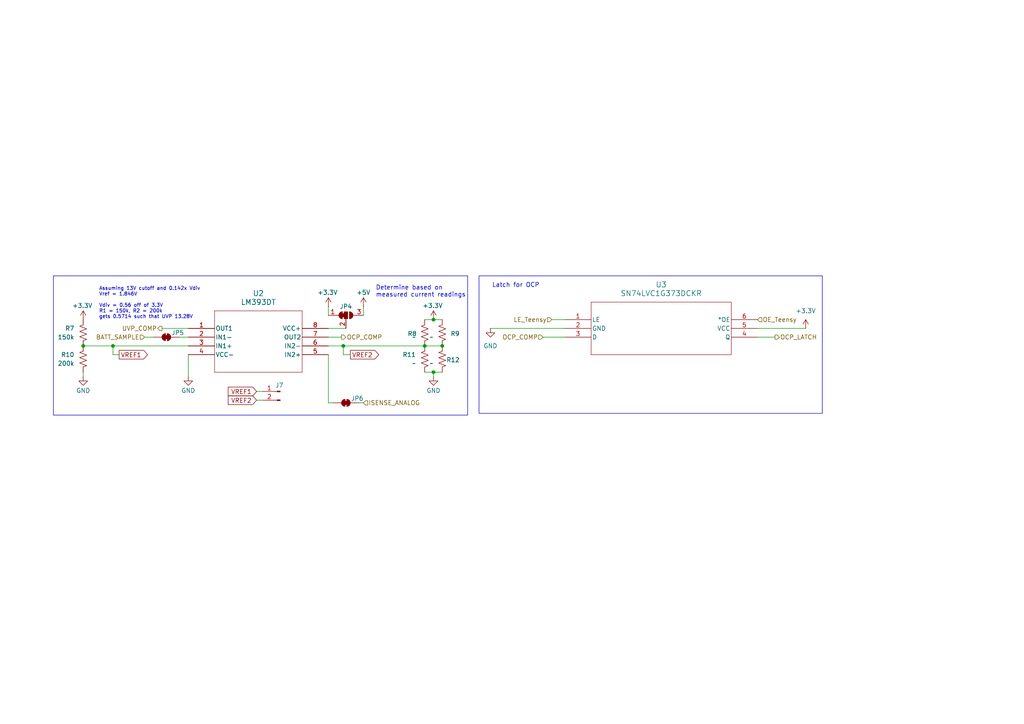
<source format=kicad_sch>
(kicad_sch (version 20231120) (generator "eeschema") (generator_version "8.0")
  (paper "A4")
  (lib_symbols
    (symbol "Connector:Conn_01x02_Pin" (pin_names (offset 1.016) hide)
      (property "Reference" "J" (at 0 2.54 0))
      (property "Value" "Conn_01x02_Pin" (at 0 -5.08 0))
      (symbol "Conn_01x02_Pin_1_1"
        (polyline (pts (xy 1.27 -2.54) (xy 0.8636 -2.54)) (stroke (width 0.1524)))
        (polyline (pts (xy 1.27 0) (xy 0.8636 0)) (stroke (width 0.1524)))
        (rectangle (start 0.8636 -2.413) (end 0 -2.667) (stroke (width 0.1524)) (fill (type outline)))
        (rectangle (start 0.8636 0.127) (end 0 -0.127) (stroke (width 0.1524)) (fill (type outline)))
        (pin passive line (at 5.08 0 180) (length 3.81) (name "Pin_1") (number "1"))
        (pin passive line (at 5.08 -2.54 180) (length 3.81) (name "Pin_2") (number "2"))
      )
    )
    (symbol "Device:R_US" (pin_numbers hide) (pin_names (offset 0))
      (property "Reference" "R" (at 2.54 0 90))
      (property "Value" "R_US" (at -2.54 0 90))
      (symbol "R_US_0_1"
        (polyline (pts (xy 0 -2.286) (xy 0 -2.54)))
        (polyline (pts (xy 0 2.286) (xy 0 2.54)))
        (polyline (pts (xy 0 -0.762) (xy 1.016 -1.143) (xy 0 -1.524) (xy -1.016 -1.905) (xy 0 -2.286)))
        (polyline (pts (xy 0 0.762) (xy 1.016 0.381) (xy 0 0) (xy -1.016 -0.381) (xy 0 -0.762)))
        (polyline (pts (xy 0 2.286) (xy 1.016 1.905) (xy 0 1.524) (xy -1.016 1.143) (xy 0 0.762)))
      )
      (symbol "R_US_1_1"
        (pin passive line (at 0 3.81 270) (length 1.27) (name "~") (number "1"))
        (pin passive line (at 0 -3.81 90) (length 1.27) (name "~") (number "2"))
      )
    )
    (symbol "Imported_Symbols:LM393DT" (pin_names (offset 0.254))
      (property "Reference" "U" (at 20.32 10.16 0))
      (property "Value" "LM393DT" (at 20.32 7.62 0))
      (symbol "LM393DT_1_1"
        (polyline (pts (xy 7.62 -12.7) (xy 33.02 -12.7)) (stroke (width 0.127)))
        (polyline (pts (xy 7.62 5.08) (xy 7.62 -12.7)) (stroke (width 0.127)))
        (polyline (pts (xy 33.02 -12.7) (xy 33.02 5.08)) (stroke (width 0.127)))
        (polyline (pts (xy 33.02 5.08) (xy 7.62 5.08)) (stroke (width 0.127)))
        (pin output line (at 0 0 0) (length 7.62) (name "OUT1") (number "1"))
        (pin input line (at 0 -2.54 0) (length 7.62) (name "IN1-") (number "2"))
        (pin input line (at 0 -5.08 0) (length 7.62) (name "IN1+") (number "3"))
        (pin power_in line (at 0 -7.62 0) (length 7.62) (name "VCC-") (number "4"))
        (pin input line (at 40.64 -7.62 180) (length 7.62) (name "IN2+") (number "5"))
        (pin input line (at 40.64 -5.08 180) (length 7.62) (name "IN2-") (number "6"))
        (pin output line (at 40.64 -2.54 180) (length 7.62) (name "OUT2") (number "7"))
        (pin power_in line (at 40.64 0 180) (length 7.62) (name "VCC+") (number "8"))
      )
    )
    (symbol "Imported_Symbols:SN74LVC1G373DCKR" (pin_names (offset 0.254))
      (property "Reference" "U" (at 27.94 10.16 0))
      (property "Value" "SN74LVC1G373DCKR" (at 27.94 7.62 0))
      (symbol "SN74LVC1G373DCKR_1_1"
        (polyline (pts (xy 7.62 -10.16) (xy 48.26 -10.16)) (stroke (width 0.127)))
        (polyline (pts (xy 7.62 5.08) (xy 7.62 -10.16)) (stroke (width 0.127)))
        (polyline (pts (xy 48.26 -10.16) (xy 48.26 5.08)) (stroke (width 0.127)))
        (polyline (pts (xy 48.26 5.08) (xy 7.62 5.08)) (stroke (width 0.127)))
        (pin input line (at 0 0 0) (length 7.62) (name "LE") (number "1"))
        (pin power_in line (at 0 -2.54 0) (length 7.62) (name "GND") (number "2"))
        (pin input line (at 0 -5.08 0) (length 7.62) (name "D") (number "3"))
        (pin output line (at 55.88 -5.08 180) (length 7.62) (name "Q") (number "4"))
        (pin power_in line (at 55.88 -2.54 180) (length 7.62) (name "VCC") (number "5"))
        (pin input line (at 55.88 0 180) (length 7.62) (name "*OE") (number "6"))
      )
    )
    (symbol "Jumper:SolderJumper_2_Bridged" (pin_numbers hide) (pin_names (offset 0) hide) (exclude_from_sim yes) (in_bom no)
      (property "Reference" "JP" (at 0 2.032 0))
      (property "Value" "SolderJumper_2_Bridged" (at 0 -2.54 0))
      (symbol "SolderJumper_2_Bridged_0_1"
        (rectangle (start -0.508 0.508) (end 0.508 -0.508) (fill (type outline)))
        (arc (start -0.254 1.016) (mid -1.2656 0) (end -0.254 -1.016))
        (arc (start -0.254 1.016) (mid -1.2656 0) (end -0.254 -1.016) (fill (type outline)))
        (polyline (pts (xy -0.254 1.016) (xy -0.254 -1.016)))
        (polyline (pts (xy 0.254 1.016) (xy 0.254 -1.016)))
        (arc (start 0.254 -1.016) (mid 1.2656 0) (end 0.254 1.016))
        (arc (start 0.254 -1.016) (mid 1.2656 0) (end 0.254 1.016) (fill (type outline)))
      )
      (symbol "SolderJumper_2_Bridged_1_1"
        (pin passive line (at -3.81 0 0) (length 2.54) (name "A") (number "1"))
        (pin passive line (at 3.81 0 180) (length 2.54) (name "B") (number "2"))
      )
    )
    (symbol "Jumper:SolderJumper_3_Bridged12" (pin_names (offset 0) hide) (exclude_from_sim yes) (in_bom no)
      (property "Reference" "JP" (at -2.54 -2.54 0))
      (property "Value" "SolderJumper_3_Bridged12" (at 0 2.794 0))
      (symbol "SolderJumper_3_Bridged12_0_1"
        (rectangle (start -1.016 0.508) (end -0.508 -0.508) (fill (type outline)))
        (arc (start -1.016 1.016) (mid -2.0276 0) (end -1.016 -1.016))
        (arc (start -1.016 1.016) (mid -2.0276 0) (end -1.016 -1.016) (fill (type outline)))
        (rectangle (start -0.508 1.016) (end 0.508 -1.016) (fill (type outline)))
        (polyline (pts (xy -2.54 0) (xy -2.032 0)))
        (polyline (pts (xy -1.016 1.016) (xy -1.016 -1.016)))
        (polyline (pts (xy 0 -1.27) (xy 0 -1.016)))
        (polyline (pts (xy 1.016 1.016) (xy 1.016 -1.016)))
        (polyline (pts (xy 2.54 0) (xy 2.032 0)))
        (arc (start 1.016 -1.016) (mid 2.0276 0) (end 1.016 1.016))
        (arc (start 1.016 -1.016) (mid 2.0276 0) (end 1.016 1.016) (fill (type outline)))
      )
      (symbol "SolderJumper_3_Bridged12_1_1"
        (pin passive line (at -5.08 0 0) (length 2.54) (name "A") (number "1"))
        (pin passive line (at 0 -3.81 90) (length 2.54) (name "C") (number "2"))
        (pin passive line (at 5.08 0 180) (length 2.54) (name "B") (number "3"))
      )
    )
    (symbol "power:+3.3V" (power) (pin_numbers hide) (pin_names (offset 0) hide)
      (property "Value" "+3.3V" (at 0 3.556 0))
      (symbol "+3.3V_0_1"
        (polyline (pts (xy -0.762 1.27) (xy 0 2.54)))
        (polyline (pts (xy 0 0) (xy 0 2.54)))
        (polyline (pts (xy 0 2.54) (xy 0.762 1.27)))
      )
      (symbol "+3.3V_1_1"
        (pin power_in line (at 0 0 90) (length 0) (name "~") (number "1"))
      )
    )
    (symbol "power:+5V" (power) (pin_numbers hide) (pin_names (offset 0) hide)
      (property "Value" "+5V" (at 0 3.556 0))
      (symbol "+5V_0_1"
        (polyline (pts (xy -0.762 1.27) (xy 0 2.54)))
        (polyline (pts (xy 0 0) (xy 0 2.54)))
        (polyline (pts (xy 0 2.54) (xy 0.762 1.27)))
      )
      (symbol "+5V_1_1"
        (pin power_in line (at 0 0 90) (length 0) (name "~") (number "1"))
      )
    )
    (symbol "power:GND" (power) (pin_numbers hide) (pin_names (offset 0) hide)
      (property "Value" "GND" (at 0 -3.81 0))
      (symbol "GND_0_1"
        (polyline (pts (xy 0 0) (xy 0 -1.27) (xy 1.27 -1.27) (xy 0 -2.54) (xy -1.27 -1.27) (xy 0 -1.27)))
      )
      (symbol "GND_1_1"
        (pin power_in line (at 0 0 270) (length 0) (name "~") (number "1"))
      )
    )
  )
  (junction (at 128.27 100.33))
  (junction (at 32.766 100.33))
  (junction (at 123.19 100.33))
  (junction (at 24.13 100.33))
  (junction (at 125.73 107.95))
  (junction (at 125.73 92.71))
  (junction (at 99.568 100.33))
  (wire (pts (xy 95.25 116.84) (xy 95.25 102.87)))
  (wire (pts (xy 142.24 95.25) (xy 163.83 95.25)))
  (wire (pts (xy 105.41 116.84) (xy 104.14 116.84)))
  (wire (pts (xy 123.19 100.33) (xy 128.27 100.33)))
  (wire (pts (xy 46.99 95.25) (xy 54.61 95.25)))
  (wire (pts (xy 219.71 95.25) (xy 233.68 95.25)))
  (wire (pts (xy 125.73 92.71) (xy 123.19 92.71)))
  (wire (pts (xy 99.568 102.87) (xy 99.568 100.33)))
  (wire (pts (xy 125.73 109.22) (xy 125.73 107.95)))
  (wire (pts (xy 95.25 88.9) (xy 95.25 91.44)))
  (wire (pts (xy 34.544 102.87) (xy 32.766 102.87)))
  (wire (pts (xy 219.71 97.79) (xy 224.79 97.79)))
  (wire (pts (xy 54.61 102.87) (xy 54.61 109.22)))
  (wire (pts (xy 74.422 113.538) (xy 76.2 113.538)))
  (wire (pts (xy 24.13 100.33) (xy 32.766 100.33)))
  (wire (pts (xy 32.766 102.87) (xy 32.766 100.33)))
  (wire (pts (xy 105.41 88.9) (xy 105.41 91.44)))
  (wire (pts (xy 74.422 116.078) (xy 76.2 116.078)))
  (wire (pts (xy 24.13 109.22) (xy 24.13 107.95)))
  (wire (pts (xy 95.25 97.79) (xy 99.06 97.79)))
  (wire (pts (xy 99.568 100.33) (xy 123.19 100.33)))
  (wire (pts (xy 96.52 116.84) (xy 95.25 116.84)))
  (wire (pts (xy 32.766 100.33) (xy 54.61 100.33)))
  (wire (pts (xy 41.91 97.79) (xy 44.45 97.79)))
  (wire (pts (xy 95.25 95.25) (xy 100.33 95.25)))
  (wire (pts (xy 125.73 107.95) (xy 123.19 107.95)))
  (wire (pts (xy 95.25 100.33) (xy 99.568 100.33)))
  (wire (pts (xy 52.07 97.79) (xy 54.61 97.79)))
  (wire (pts (xy 125.73 92.71) (xy 128.27 92.71)))
  (wire (pts (xy 101.6 102.87) (xy 99.568 102.87)))
  (wire (pts (xy 157.48 97.79) (xy 163.83 97.79)))
  (wire (pts (xy 160.02 92.71) (xy 163.83 92.71)))
  (wire (pts (xy 125.73 107.95) (xy 128.27 107.95)))
  (rectangle (start 15.494 80.01) (end 135.636 120.396))
  (rectangle (start 138.938 80.01) (end 238.506 119.888))
  (text "Determine based on \nmeasured current readings" (at 108.966 84.582 0) (effects (font (size 1.27 1.27)) (justify left)))
  (text "Latch for OCP" (at 149.606 82.804 0) (effects (font (size 1.27 1.27))))
  (text "Assuming 13V cutoff and 0.142x Vdiv \nVref = 1.846V\n\nVdiv = 0.56 off of 3.3V\nR1 = 150k, R2 = 200k \ngets 0.5714 such that UVP 13.28V\n" (at 28.702 87.884 0) (effects (font (size 1.016 1.016)) (justify left)))
  (global_label "VREF1" (shape input) (at 74.422 113.538 180) (property "Intersheetrefs" "${INTERSHEET_REFS}" (effects (hide yes))))
  (global_label "VREF2" (shape input) (at 74.422 116.078 180) (property "Intersheetrefs" "${INTERSHEET_REFS}" (effects (hide yes))))
  (global_label "VREF2" (shape output) (at 101.6 102.87 0) (property "Intersheetrefs" "${INTERSHEET_REFS}" (effects (hide yes))))
  (global_label "VREF1" (shape output) (at 34.544 102.87 0) (property "Intersheetrefs" "${INTERSHEET_REFS}" (effects (hide yes))))
  (hierarchical_label "OE_Teensy" (shape input) (at 219.71 92.71 0))
  (hierarchical_label "OCP_COMP" (shape input) (at 157.48 97.79 180))
  (hierarchical_label "BATT_SAMPLE" (shape input) (at 41.91 97.79 180))
  (hierarchical_label "OCP_LATCH" (shape output) (at 224.79 97.79 0))
  (hierarchical_label "UVP_COMP" (shape output) (at 46.99 95.25 180))
  (hierarchical_label "OCP_COMP" (shape output) (at 99.06 97.79 0))
  (hierarchical_label "ISENSE_ANALOG" (shape input) (at 105.41 116.84 0))
  (hierarchical_label "LE_Teensy" (shape input) (at 160.02 92.71 180))
  (symbol (lib_id "Imported_Symbols:SN74LVC1G373DCKR") (at 163.83 92.71 0) (unit 1)
    (property "Reference" "U3" (at 191.77 82.55 0) (effects (font (size 1.524 1.524))))
    (property "Value" "SN74LVC1G373DCKR" (at 191.77 85.09 0) (effects (font (size 1.524 1.524))))
    (property "Footprint" "Imported_Footprints:SN74LVC" (effects (hide yes)))
    (property "Datasheet" "https://www.ti.com/general/docs/suppproductinfo.tsp?distId=10&gotoUrl=https%3A%2F%2Fwww.ti.com%2Flit%2Fgpn%2Fsn74lvc1g373" (effects (hide yes)))
    (property "MFR" "Texas Instruments" (effects (hide yes)))
    (property "MFR S/N" "SN74LVC1G373DCKR" (effects (hide yes)))
    (property "Supplier 1" "https://www.digikey.com/en/products/detail/texas-instruments/SN74LVC1G373DCKR/863611" (effects (hide yes)))
    (property "Supplier 1 S/N" "296-18775-1-ND" (effects (hide yes)))
  )
  (symbol (lib_id "power:+3.3V") (at 125.73 92.71 0) (unit 1)
    (property "Reference" "#PWR047" (effects (hide yes)))
    (property "Value" "+3.3V" (at 125.476 88.646 0))
    (property "Description" "Power symbol creates a global label with name \"+3.3V\"" (effects (hide yes)))
  )
  (symbol (lib_id "power:GND") (at 24.13 109.22 0) (unit 1)
    (property "Reference" "#PWR048" (effects (hide yes)))
    (property "Value" "GND" (at 24.13 113.284 0))
    (property "Description" "Power symbol creates a global label with name \"GND\" , ground" (effects (hide yes)))
  )
  (symbol (lib_id "power:GND") (at 125.73 109.22 0) (unit 1)
    (property "Reference" "#PWR052" (effects (hide yes)))
    (property "Value" "GND" (at 125.73 113.284 0))
    (property "Description" "Power symbol creates a global label with name \"GND\" , ground" (effects (hide yes)))
  )
  (symbol (lib_id "Jumper:SolderJumper_2_Bridged") (at 48.26 97.79 0) (unit 1) (exclude_from_sim yes) (in_bom no)
    (property "Reference" "JP5" (at 51.562 96.52 0))
    (property "Value" "SolderJumper_2_Bridged" (effects (hide yes)))
    (property "Footprint" "Jumper:SolderJumper-2_P1.3mm_Bridged_RoundedPad1.0x1.5mm" (effects (hide yes)))
    (property "Description" "Solder Jumper, 2-pole, closed/bridged" (effects (hide yes)))
  )
  (symbol (lib_id "Jumper:SolderJumper_2_Bridged") (at 100.33 116.84 0) (unit 1) (exclude_from_sim yes) (in_bom no)
    (property "Reference" "JP6" (at 103.632 115.57 0))
    (property "Value" "SolderJumper_2_Bridged" (effects (hide yes)))
    (property "Footprint" "Jumper:SolderJumper-2_P1.3mm_Bridged_RoundedPad1.0x1.5mm" (effects (hide yes)))
    (property "Description" "Solder Jumper, 2-pole, closed/bridged" (effects (hide yes)))
  )
  (symbol (lib_id "power:+3.3V") (at 95.25 88.9 0) (unit 1)
    (property "Reference" "#PWR044" (effects (hide yes)))
    (property "Value" "+3.3V" (at 94.996 84.836 0))
    (property "Description" "Power symbol creates a global label with name \"+3.3V\"" (effects (hide yes)))
  )
  (symbol (lib_id "Device:R_US") (at 24.13 96.52 0) (mirror y) (unit 1)
    (property "Reference" "R7" (at 21.59 95.2499 0) (effects (justify left)))
    (property "Value" "150k" (at 21.59 97.7899 0) (effects (justify left)))
    (property "Footprint" "Resistor_SMD:R_0805_2012Metric_Pad1.20x1.40mm_HandSolder" (effects (hide yes)))
    (property "Description" "Resistor, US symbol" (effects (hide yes)))
    (property "MFR" "Stackpole Electronics Inc" (effects (hide yes)))
    (property "MFR S/N" "RMCF0805FT150K" (effects (hide yes)))
    (property "Supplier 1" "https://www.digikey.com/en/products/detail/stackpole-electronics-inc/RMCF0805FT150K/1760472" (effects (hide yes)))
    (property "Supplier 1 S/N" "RMCF0805FT150KCT-ND" (effects (hide yes)))
  )
  (symbol (lib_id "Device:R_US") (at 128.27 96.52 0) (mirror y) (unit 1)
    (property "Reference" "R9" (at 133.35 96.774 0) (effects (justify left)))
    (property "Value" "~" (at 125.73 97.7899 0) (effects (justify left)))
    (property "Footprint" "Resistor_SMD:R_0805_2012Metric_Pad1.20x1.40mm_HandSolder" (effects (hide yes)))
    (property "Description" "Resistor, US symbol" (effects (hide yes)))
  )
  (symbol (lib_id "Device:R_US") (at 123.19 104.14 0) (mirror y) (unit 1)
    (property "Reference" "R11" (at 120.65 102.8699 0) (effects (justify left)))
    (property "Value" "~" (at 120.65 105.4099 0) (effects (justify left)))
    (property "Footprint" "Resistor_SMD:R_0805_2012Metric_Pad1.20x1.40mm_HandSolder" (effects (hide yes)))
    (property "Description" "Resistor, US symbol" (effects (hide yes)))
  )
  (symbol (lib_id "power:+5V") (at 105.41 88.9 0) (unit 1)
    (property "Reference" "#PWR045" (effects (hide yes)))
    (property "Value" "+5V" (at 105.41 84.836 0))
    (property "Description" "Power symbol creates a global label with name \"+5V\"" (effects (hide yes)))
  )
  (symbol (lib_id "power:+3.3V") (at 233.68 95.25 0) (unit 1)
    (property "Reference" "#PWR054" (effects (hide yes)))
    (property "Value" "+3.3V" (at 233.68 90.17 0))
    (property "Description" "Power symbol creates a global label with name \"+3.3V\"" (effects (hide yes)))
  )
  (symbol (lib_id "Device:R_US") (at 123.19 96.52 0) (mirror y) (unit 1)
    (property "Reference" "R8" (at 120.904 96.774 0) (effects (justify left)))
    (property "Value" "~" (at 120.65 97.7899 0) (effects (justify left)))
    (property "Footprint" "Resistor_SMD:R_0805_2012Metric_Pad1.20x1.40mm_HandSolder" (effects (hide yes)))
    (property "Description" "Resistor, US symbol" (effects (hide yes)))
  )
  (symbol (lib_id "power:+3.3V") (at 24.13 92.71 0) (unit 1)
    (property "Reference" "#PWR046" (effects (hide yes)))
    (property "Value" "+3.3V" (at 23.876 88.646 0))
    (property "Description" "Power symbol creates a global label with name \"+3.3V\"" (effects (hide yes)))
  )
  (symbol (lib_id "Imported_Symbols:LM393DT") (at 54.61 95.25 0) (unit 1)
    (property "Reference" "U2" (at 74.93 85.09 0) (effects (font (size 1.524 1.524))))
    (property "Value" "LM393DT" (at 74.93 87.63 0) (effects (font (size 1.524 1.524))))
    (property "Footprint" "Imported_Footprints:LM393DT" (effects (hide yes)))
    (property "Datasheet" "LM393DT" (effects (hide yes)))
    (property "MFR" "Rohm Semiconductor" (effects (hide yes)))
    (property "MFR S/N" "LM393DT" (effects (hide yes)))
    (property "Supplier 1" "https://www.digikey.com/en/products/detail/rohm-semiconductor/lm393dt/1878955" (effects (hide yes)))
    (property "Supplier 1 S/N" "LM393DTCT-ND" (effects (hide yes)))
  )
  (symbol (lib_id "Jumper:SolderJumper_3_Bridged12") (at 100.33 91.44 0) (unit 1) (exclude_from_sim yes) (in_bom no)
    (property "Reference" "JP4" (at 100.33 88.9 0))
    (property "Value" "SolderJumper_3_Bridged12" (effects (hide yes)))
    (property "Footprint" "Jumper:SolderJumper-3_P1.3mm_Bridged2Bar12_RoundedPad1.0x1.5mm" (effects (hide yes)))
    (property "Description" "3-pole Solder Jumper, pins 1+2 closed/bridged" (effects (hide yes)))
  )
  (symbol (lib_id "power:GND") (at 54.61 109.22 0) (unit 1)
    (property "Reference" "#PWR050" (effects (hide yes)))
    (property "Value" "GND" (at 54.61 113.284 0))
    (property "Description" "Power symbol creates a global label with name \"GND\" , ground" (effects (hide yes)))
  )
  (symbol (lib_id "Device:R_US") (at 24.13 104.14 0) (mirror y) (unit 1)
    (property "Reference" "R10" (at 21.59 102.8699 0) (effects (justify left)))
    (property "Value" "200k" (at 21.59 105.4099 0) (effects (justify left)))
    (property "Footprint" "Resistor_SMD:R_0805_2012Metric_Pad1.20x1.40mm_HandSolder" (effects (hide yes)))
    (property "Description" "Resistor, US symbol" (effects (hide yes)))
    (property "MFR" "Stackpole Electronics Inc" (effects (hide yes)))
    (property "MFR S/N" "RMCF0805FT200K" (effects (hide yes)))
    (property "Supplier 1" "https://www.digikey.com/en/products/detail/stackpole-electronics-inc/RMCF0805FT200K/1760341" (effects (hide yes)))
    (property "Supplier 1 S/N" "RMCF0805FT200KCT-ND" (effects (hide yes)))
  )
  (symbol (lib_id "power:GND") (at 142.24 95.25 0) (unit 1)
    (property "Reference" "#PWR053" (effects (hide yes)))
    (property "Value" "GND" (at 142.24 100.33 0))
    (property "Description" "Power symbol creates a global label with name \"GND\" , ground" (effects (hide yes)))
  )
  (symbol (lib_id "Connector:Conn_01x02_Pin") (at 81.28 113.538 0) (mirror y) (unit 1)
    (property "Reference" "J7" (at 81.026 111.76 0))
    (property "Value" "Conn_01x02_Pin" (effects (hide yes)))
    (property "Footprint" "Connector_PinHeader_2.54mm:PinHeader_1x02_P2.54mm_Vertical" (effects (hide yes)))
    (property "Description" "Generic connector, single row, 01x02, script generated" (effects (hide yes)))
  )
  (symbol (lib_id "Device:R_US") (at 128.27 104.14 0) (mirror y) (unit 1)
    (property "Reference" "R12" (at 133.35 104.394 0) (effects (justify left)))
    (property "Value" "~" (at 125.73 105.4099 0) (effects (justify left)))
    (property "Footprint" "Resistor_SMD:R_0805_2012Metric_Pad1.20x1.40mm_HandSolder" (effects (hide yes)))
    (property "Description" "Resistor, US symbol" (effects (hide yes)))
  )
)
</source>
